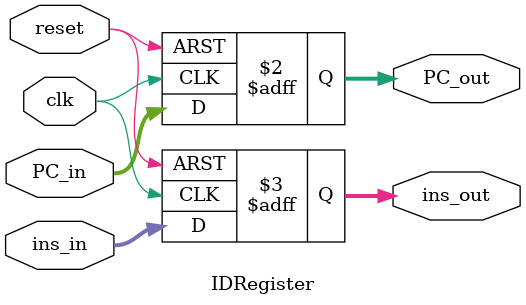
<source format=v>
`timescale 1ns / 1ps
module IDRegister(
  input wire [63:0] PC_in,         // Program counter input
  input wire [31:0] ins_in,        // Instruction input
  input wire clk, reset,           // Clock and reset signals
  output reg [63:0] PC_out,        // Program counter output
  output reg [31:0] ins_out        // Instruction output
);

  always @(posedge reset or posedge clk) begin
    if (reset) begin
      ins_out <= 32'b0;
      PC_out <= 64'b0;
      $display("IDRegister: Reset activated. Outputs set to 0.");
    end else begin
      PC_out <= PC_in;
      ins_out <= ins_in;
      $display("IDRegister: Updated. PC_out=%h, ins_out=%h", PC_out, ins_out);
    end
  end

endmodule

//module IDRegister(
//  input wire [63:0] PC_in, [31:0] ins_in, wire clk, reset,
//  output reg [63:0] PC_out, reg [31:0] ins_out 
//);
//  always @(posedge reset or posedge clk)
//  begin
//    if(reset)
//      begin
//        ins_out <= 32'b0;
//        PC_out <= 64'b0;
//      end
//    else
//      begin
//        PC_out <= PC_in;
//        ins_out <= ins_in;
//      end
//  end
//endmodule 

</source>
